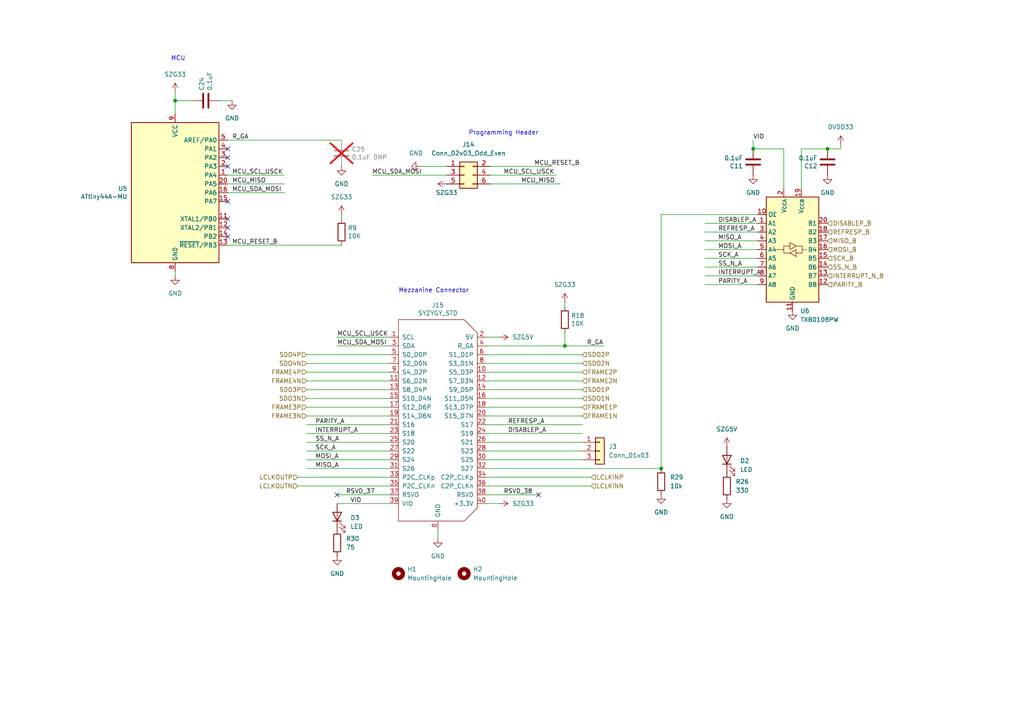
<source format=kicad_sch>
(kicad_sch (version 20231120) (generator "eeschema") (generator_version "8.0")
  (paper "A4")
  (lib_symbols
    (symbol "Connector_Generic:Conn_01x03" (pin_names (offset 1.016) hide)
      (property "Reference" "J" (at 0 5.08 0))
      (property "Value" "Conn_01x03" (at 0 -5.08 0))
      (symbol "Conn_01x03_1_1"
        (rectangle (start -1.27 -2.413) (end 0 -2.667) (stroke (width 0.1524)))
        (rectangle (start -1.27 0.127) (end 0 -0.127) (stroke (width 0.1524)))
        (rectangle (start -1.27 2.667) (end 0 2.413) (stroke (width 0.1524)))
        (rectangle (start -1.27 3.81) (end 1.27 -3.81) (stroke (width 0.254)) (fill (type background)))
        (pin passive line (at -5.08 2.54 0) (length 3.81) (name "Pin_1") (number "1"))
        (pin passive line (at -5.08 0 0) (length 3.81) (name "Pin_2") (number "2"))
        (pin passive line (at -5.08 -2.54 0) (length 3.81) (name "Pin_3") (number "3"))
      )
    )
    (symbol "Connector_Generic:Conn_02x03_Odd_Even" (pin_names (offset 1.016) hide)
      (property "Reference" "J" (at 1.27 5.08 0))
      (property "Value" "Conn_02x03_Odd_Even" (at 1.27 -5.08 0))
      (symbol "Conn_02x03_Odd_Even_1_1"
        (rectangle (start -1.27 -2.413) (end 0 -2.667) (stroke (width 0.1524)))
        (rectangle (start -1.27 0.127) (end 0 -0.127) (stroke (width 0.1524)))
        (rectangle (start -1.27 2.667) (end 0 2.413) (stroke (width 0.1524)))
        (rectangle (start -1.27 3.81) (end 3.81 -3.81) (stroke (width 0.254)) (fill (type background)))
        (rectangle (start 3.81 -2.413) (end 2.54 -2.667) (stroke (width 0.1524)))
        (rectangle (start 3.81 0.127) (end 2.54 -0.127) (stroke (width 0.1524)))
        (rectangle (start 3.81 2.667) (end 2.54 2.413) (stroke (width 0.1524)))
        (pin passive line (at -5.08 2.54 0) (length 3.81) (name "Pin_1") (number "1"))
        (pin passive line (at 7.62 2.54 180) (length 3.81) (name "Pin_2") (number "2"))
        (pin passive line (at -5.08 0 0) (length 3.81) (name "Pin_3") (number "3"))
        (pin passive line (at 7.62 0 180) (length 3.81) (name "Pin_4") (number "4"))
        (pin passive line (at -5.08 -2.54 0) (length 3.81) (name "Pin_5") (number "5"))
        (pin passive line (at 7.62 -2.54 180) (length 3.81) (name "Pin_6") (number "6"))
      )
    )
    (symbol "Device:C" (pin_numbers hide) (pin_names (offset 0.254))
      (property "Reference" "C" (at 0.635 2.54 0))
      (property "Value" "C" (at 0.635 -2.54 0))
      (symbol "C_0_1"
        (polyline (pts (xy -2.032 -0.762) (xy 2.032 -0.762)) (stroke (width 0.508)))
        (polyline (pts (xy -2.032 0.762) (xy 2.032 0.762)) (stroke (width 0.508)))
      )
      (symbol "C_1_1"
        (pin passive line (at 0 3.81 270) (length 2.794) (name "~") (number "1"))
        (pin passive line (at 0 -3.81 90) (length 2.794) (name "~") (number "2"))
      )
    )
    (symbol "Device:LED" (pin_numbers hide) (pin_names (offset 1.016) hide)
      (property "Reference" "D" (at 0 2.54 0))
      (property "Value" "LED" (at 0 -2.54 0))
      (symbol "LED_0_1"
        (polyline (pts (xy -1.27 -1.27) (xy -1.27 1.27)) (stroke (width 0.254)))
        (polyline (pts (xy -1.27 0) (xy 1.27 0)))
        (polyline (pts (xy 1.27 -1.27) (xy 1.27 1.27) (xy -1.27 0) (xy 1.27 -1.27)) (stroke (width 0.254)))
        (polyline (pts (xy -3.048 -0.762) (xy -4.572 -2.286) (xy -3.81 -2.286) (xy -4.572 -2.286) (xy -4.572 -1.524)))
        (polyline (pts (xy -1.778 -0.762) (xy -3.302 -2.286) (xy -2.54 -2.286) (xy -3.302 -2.286) (xy -3.302 -1.524)))
      )
      (symbol "LED_1_1"
        (pin passive line (at -3.81 0 0) (length 2.54) (name "K") (number "1"))
        (pin passive line (at 3.81 0 180) (length 2.54) (name "A") (number "2"))
      )
    )
    (symbol "Device:R" (pin_numbers hide) (pin_names (offset 0))
      (property "Reference" "R" (at 2.032 0 90))
      (property "Value" "R" (at 0 0 90))
      (symbol "R_0_1"
        (rectangle (start -1.016 -2.54) (end 1.016 2.54) (stroke (width 0.254)))
      )
      (symbol "R_1_1"
        (pin passive line (at 0 3.81 270) (length 1.27) (name "~") (number "1"))
        (pin passive line (at 0 -3.81 90) (length 1.27) (name "~") (number "2"))
      )
    )
    (symbol "GND_1" (power) (pin_numbers hide) (pin_names (offset 0) hide)
      (property "Value" "GND" (at 0 -3.81 0))
      (symbol "GND_1_0_1"
        (polyline (pts (xy 0 0) (xy 0 -1.27) (xy 1.27 -1.27) (xy 0 -2.54) (xy -1.27 -1.27) (xy 0 -1.27)))
      )
      (symbol "GND_1_1_1"
        (pin power_in line (at 0 0 270) (length 0) (name "~") (number "1"))
      )
    )
    (symbol "Logic_LevelTranslator:TXB0108PW"
      (property "Reference" "U" (at -6.35 16.51 0))
      (property "Value" "TXB0108PW" (at 3.81 16.51 0))
      (symbol "TXB0108PW_0_1"
        (rectangle (start -7.62 15.24) (end 7.62 -15.24) (stroke (width 0.254)) (fill (type background)))
        (polyline (pts (xy -2.54 0) (xy -2.54 1.016) (xy -0.762 1.016)))
        (polyline (pts (xy 2.794 0) (xy 2.794 -1.016) (xy 1.016 -1.016)))
        (polyline (pts (xy -0.762 -1.016) (xy -2.54 -1.016) (xy -2.54 0) (xy -4.572 0)))
        (polyline (pts (xy -0.762 -1.016) (xy 1.016 0) (xy 1.016 -2.032) (xy -0.762 -1.016)))
        (polyline (pts (xy 1.016 1.016) (xy -0.762 0) (xy -0.762 2.032) (xy 1.016 1.016)))
        (polyline (pts (xy 1.016 1.016) (xy 2.794 1.016) (xy 2.794 0) (xy 4.064 0)))
      )
      (symbol "TXB0108PW_1_1"
        (pin bidirectional line (at -10.16 7.62 0) (length 2.54) (name "A1") (number "1"))
        (pin input line (at -10.16 10.16 0) (length 2.54) (name "OE") (number "10"))
        (pin power_in line (at 0 -17.78 90) (length 2.54) (name "GND") (number "11"))
        (pin bidirectional line (at 10.16 -10.16 180) (length 2.54) (name "B8") (number "12"))
        (pin bidirectional line (at 10.16 -7.62 180) (length 2.54) (name "B7") (number "13"))
        (pin bidirectional line (at 10.16 -5.08 180) (length 2.54) (name "B6") (number "14"))
        (pin bidirectional line (at 10.16 -2.54 180) (length 2.54) (name "B5") (number "15"))
        (pin bidirectional line (at 10.16 0 180) (length 2.54) (name "B4") (number "16"))
        (pin bidirectional line (at 10.16 2.54 180) (length 2.54) (name "B3") (number "17"))
        (pin bidirectional line (at 10.16 5.08 180) (length 2.54) (name "B2") (number "18"))
        (pin power_in line (at 2.54 17.78 270) (length 2.54) (name "V_{CCB}") (number "19"))
        (pin power_in line (at -2.54 17.78 270) (length 2.54) (name "V_{CCA}") (number "2"))
        (pin bidirectional line (at 10.16 7.62 180) (length 2.54) (name "B1") (number "20"))
        (pin bidirectional line (at -10.16 5.08 0) (length 2.54) (name "A2") (number "3"))
        (pin bidirectional line (at -10.16 2.54 0) (length 2.54) (name "A3") (number "4"))
        (pin bidirectional line (at -10.16 0 0) (length 2.54) (name "A4") (number "5"))
        (pin bidirectional line (at -10.16 -2.54 0) (length 2.54) (name "A5") (number "6"))
        (pin bidirectional line (at -10.16 -5.08 0) (length 2.54) (name "A6") (number "7"))
        (pin bidirectional line (at -10.16 -7.62 0) (length 2.54) (name "A7") (number "8"))
        (pin bidirectional line (at -10.16 -10.16 0) (length 2.54) (name "A8") (number "9"))
      )
    )
    (symbol "Mechanical:MountingHole" (pin_names (offset 1.016)) (exclude_from_sim yes) (in_bom no)
      (property "Reference" "H" (at 0 5.08 0))
      (property "Value" "MountingHole" (at 0 3.175 0))
      (symbol "MountingHole_0_1"
        (circle (center 0 0) (radius 1.27) (stroke (width 1.27)))
      )
    )
    (symbol "SYZYGY:SYZYGY_STD" (pin_names (offset 1.016))
      (property "Reference" "J" (at -10.16 30.48 0))
      (property "Value" "SYZYGY_STD" (at -10.16 27.94 0))
      (symbol "SYZYGY_STD_0_1"
        (polyline (pts (xy -11.43 26.67) (xy -11.43 -31.75) (xy 7.62 -31.75) (xy 11.43 -27.94)))
        (polyline (pts (xy 11.43 -27.94) (xy 11.43 22.86) (xy 7.62 26.67) (xy -11.43 26.67)))
      )
      (symbol "SYZYGY_STD_1_1"
        (pin passive line (at 0 -34.29 90) (length 2.54) (name "GND") (number "0"))
        (pin passive line (at -13.97 21.59 0) (length 2.54) (name "SCL") (number "1"))
        (pin passive line (at 13.97 11.43 180) (length 2.54) (name "S5_D3P") (number "10"))
        (pin passive line (at -13.97 8.89 0) (length 2.54) (name "S6_D2N") (number "11"))
        (pin passive line (at 13.97 8.89 180) (length 2.54) (name "S7_D3N") (number "12"))
        (pin passive line (at -13.97 6.35 0) (length 2.54) (name "S8_D4P") (number "13"))
        (pin passive line (at 13.97 6.35 180) (length 2.54) (name "S9_D5P") (number "14"))
        (pin passive line (at -13.97 3.81 0) (length 2.54) (name "S10_D4N") (number "15"))
        (pin passive line (at 13.97 3.81 180) (length 2.54) (name "S11_D5N") (number "16"))
        (pin passive line (at -13.97 1.27 0) (length 2.54) (name "S12_D6P") (number "17"))
        (pin passive line (at 13.97 1.27 180) (length 2.54) (name "S13_D7P") (number "18"))
        (pin passive line (at -13.97 -1.27 0) (length 2.54) (name "S14_D6N") (number "19"))
        (pin power_out line (at 13.97 21.59 180) (length 2.54) (name "5V") (number "2"))
        (pin passive line (at 13.97 -1.27 180) (length 2.54) (name "S15_D7N") (number "20"))
        (pin passive line (at -13.97 -3.81 0) (length 2.54) (name "S16") (number "21"))
        (pin passive line (at 13.97 -3.81 180) (length 2.54) (name "S17") (number "22"))
        (pin passive line (at -13.97 -6.35 0) (length 2.54) (name "S18") (number "23"))
        (pin passive line (at 13.97 -6.35 180) (length 2.54) (name "S19") (number "24"))
        (pin passive line (at -13.97 -8.89 0) (length 2.54) (name "S20") (number "25"))
        (pin passive line (at 13.97 -8.89 180) (length 2.54) (name "S21") (number "26"))
        (pin passive line (at -13.97 -11.43 0) (length 2.54) (name "S22") (number "27"))
        (pin passive line (at 13.97 -11.43 180) (length 2.54) (name "S23") (number "28"))
        (pin passive line (at -13.97 -13.97 0) (length 2.54) (name "S24") (number "29"))
        (pin passive line (at -13.97 19.05 0) (length 2.54) (name "SDA") (number "3"))
        (pin passive line (at 13.97 -13.97 180) (length 2.54) (name "S25") (number "30"))
        (pin passive line (at -13.97 -16.51 0) (length 2.54) (name "S26") (number "31"))
        (pin passive line (at 13.97 -16.51 180) (length 2.54) (name "S27") (number "32"))
        (pin passive line (at -13.97 -19.05 0) (length 2.54) (name "P2C_CLKp") (number "33"))
        (pin passive line (at 13.97 -19.05 180) (length 2.54) (name "C2P_CLKp") (number "34"))
        (pin passive line (at -13.97 -21.59 0) (length 2.54) (name "P2C_CLKn") (number "35"))
        (pin passive line (at 13.97 -21.59 180) (length 2.54) (name "C2P_CLKn") (number "36"))
        (pin passive line (at -13.97 -24.13 0) (length 2.54) (name "RSVD") (number "37"))
        (pin passive line (at 13.97 -24.13 180) (length 2.54) (name "RSVD") (number "38"))
        (pin power_out line (at -13.97 -26.67 0) (length 2.54) (name "VIO") (number "39"))
        (pin passive line (at 13.97 19.05 180) (length 2.54) (name "R_GA") (number "4"))
        (pin power_out line (at 13.97 -26.67 180) (length 2.54) (name "+3.3V") (number "40"))
        (pin passive line (at -13.97 16.51 0) (length 2.54) (name "S0_D0P") (number "5"))
        (pin passive line (at 13.97 16.51 180) (length 2.54) (name "S1_D1P") (number "6"))
        (pin passive line (at -13.97 13.97 0) (length 2.54) (name "S2_D0N") (number "7"))
        (pin passive line (at 13.97 13.97 180) (length 2.54) (name "S3_D1N") (number "8"))
        (pin passive line (at -13.97 11.43 0) (length 2.54) (name "S4_D2P") (number "9"))
      )
    )
    (symbol "SZG-TEMPLATE-STD:ATtiny44A-MU-MCU_Microchip_ATtiny"
      (property "Reference" "U" (at -12.7 21.59 0))
      (property "Value" "ATtiny44A-MU-MCU_Microchip_ATtiny" (at 2.54 -21.59 0))
      (symbol "ATtiny44A-MU-MCU_Microchip_ATtiny_0_1"
        (rectangle (start -12.7 -20.32) (end 12.7 20.32) (stroke (width 0.254)) (fill (type background)))
      )
      (symbol "ATtiny44A-MU-MCU_Microchip_ATtiny_1_1"
        (pin bidirectional line (at 15.24 5.08 180) (length 2.54) (name "PA4") (number "1"))
        (pin no_connect line (at -12.7 -10.16 0) (length 2.54) hide (name "NC") (number "10"))
        (pin bidirectional line (at 15.24 -7.62 180) (length 2.54) (name "XTAL1/PB0") (number "11"))
        (pin bidirectional line (at 15.24 -10.16 180) (length 2.54) (name "XTAL2/PB1") (number "12"))
        (pin bidirectional line (at 15.24 -15.24 180) (length 2.54) (name "~{RESET}/PB3") (number "13"))
        (pin bidirectional line (at 15.24 -12.7 180) (length 2.54) (name "PB2") (number "14"))
        (pin bidirectional line (at 15.24 -2.54 180) (length 2.54) (name "PA7") (number "15"))
        (pin bidirectional line (at 15.24 0 180) (length 2.54) (name "PA6") (number "16"))
        (pin no_connect line (at -12.7 -12.7 0) (length 2.54) hide (name "NC") (number "17"))
        (pin no_connect line (at -12.7 -15.24 0) (length 2.54) hide (name "NC") (number "18"))
        (pin no_connect line (at -12.7 -17.78 0) (length 2.54) hide (name "NC") (number "19"))
        (pin bidirectional line (at 15.24 7.62 180) (length 2.54) (name "PA3") (number "2"))
        (pin bidirectional line (at 15.24 2.54 180) (length 2.54) (name "PA5") (number "20"))
        (pin passive line (at 0 -22.86 90) (length 2.54) hide (name "GND") (number "21"))
        (pin bidirectional line (at 15.24 10.16 180) (length 2.54) (name "PA2") (number "3"))
        (pin bidirectional line (at 15.24 12.7 180) (length 2.54) (name "PA1") (number "4"))
        (pin bidirectional line (at 15.24 15.24 180) (length 2.54) (name "AREF/PA0") (number "5"))
        (pin no_connect line (at -12.7 -5.08 0) (length 2.54) hide (name "NC") (number "6"))
        (pin no_connect line (at -12.7 -7.62 0) (length 2.54) hide (name "NC") (number "7"))
        (pin power_in line (at 0 -22.86 90) (length 2.54) (name "GND") (number "8"))
        (pin power_in line (at 0 22.86 270) (length 2.54) (name "VCC") (number "9"))
      )
    )
    (symbol "power:VDD" (power) (pin_numbers hide) (pin_names (offset 0) hide)
      (property "Value" "VDD" (at 0 3.556 0))
      (symbol "VDD_0_1"
        (polyline (pts (xy -0.762 1.27) (xy 0 2.54)))
        (polyline (pts (xy 0 0) (xy 0 2.54)))
        (polyline (pts (xy 0 2.54) (xy 0.762 1.27)))
      )
      (symbol "VDD_1_1"
        (pin power_in line (at 0 0 90) (length 0) (name "~") (number "1"))
      )
    )
  )
  (junction (at 218.44 43.18))
  (junction (at 191.77 135.89))
  (junction (at 240.03 43.18))
  (junction (at 50.8 29.21))
  (junction (at 163.83 100.33))
  (no_connect (at 156.21 143.51))
  (no_connect (at 66.04 66.04))
  (no_connect (at 66.04 45.72))
  (no_connect (at 66.04 68.58))
  (no_connect (at 66.04 58.42))
  (no_connect (at 97.79 143.51))
  (no_connect (at 66.04 43.18))
  (no_connect (at 66.04 63.5))
  (no_connect (at 66.04 48.26))
  (wire (pts (xy 97.79 97.79) (xy 113.03 97.79)))
  (wire (pts (xy 88.9 115.57) (xy 113.03 115.57)))
  (wire (pts (xy 140.97 135.89) (xy 191.77 135.89)))
  (wire (pts (xy 140.97 107.95) (xy 168.91 107.95)))
  (wire (pts (xy 97.79 100.33) (xy 113.03 100.33)))
  (wire (pts (xy 88.9 107.95) (xy 113.03 107.95)))
  (wire (pts (xy 142.24 48.26) (xy 160.02 48.26)))
  (wire (pts (xy 66.04 53.34) (xy 82.55 53.34)))
  (wire (pts (xy 50.8 26.67) (xy 50.8 29.21)))
  (wire (pts (xy 140.97 140.97) (xy 171.45 140.97)))
  (wire (pts (xy 97.79 143.51) (xy 113.03 143.51)))
  (wire (pts (xy 127 153.67) (xy 127 156.21)))
  (wire (pts (xy 88.9 123.19) (xy 113.03 123.19)))
  (wire (pts (xy 204.47 67.31) (xy 219.71 67.31)))
  (wire (pts (xy 140.97 130.81) (xy 168.91 130.81)))
  (wire (pts (xy 163.83 100.33) (xy 163.83 96.52)))
  (wire (pts (xy 66.04 40.64) (xy 99.06 40.64)))
  (wire (pts (xy 204.47 80.01) (xy 219.71 80.01)))
  (wire (pts (xy 140.97 118.11) (xy 168.91 118.11)))
  (wire (pts (xy 218.44 43.18) (xy 218.44 40.64)))
  (wire (pts (xy 204.47 82.55) (xy 219.71 82.55)))
  (wire (pts (xy 140.97 128.27) (xy 168.91 128.27)))
  (wire (pts (xy 240.03 43.18) (xy 232.41 43.18)))
  (wire (pts (xy 140.97 97.79) (xy 144.78 97.79)))
  (wire (pts (xy 121.92 48.26) (xy 129.54 48.26)))
  (wire (pts (xy 107.95 50.8) (xy 129.54 50.8)))
  (wire (pts (xy 243.84 41.91) (xy 243.84 43.18)))
  (wire (pts (xy 227.33 43.18) (xy 227.33 54.61)))
  (wire (pts (xy 191.77 135.89) (xy 191.77 62.23)))
  (wire (pts (xy 140.97 113.03) (xy 168.91 113.03)))
  (wire (pts (xy 140.97 102.87) (xy 168.91 102.87)))
  (wire (pts (xy 140.97 125.73) (xy 168.91 125.73)))
  (wire (pts (xy 142.24 50.8) (xy 161.29 50.8)))
  (wire (pts (xy 142.24 53.34) (xy 162.56 53.34)))
  (wire (pts (xy 140.97 115.57) (xy 168.91 115.57)))
  (wire (pts (xy 63.5 29.21) (xy 67.31 29.21)))
  (wire (pts (xy 88.9 135.89) (xy 113.03 135.89)))
  (wire (pts (xy 140.97 123.19) (xy 168.91 123.19)))
  (wire (pts (xy 50.8 29.21) (xy 50.8 33.02)))
  (wire (pts (xy 50.8 80.01) (xy 50.8 78.74)))
  (wire (pts (xy 88.9 125.73) (xy 113.03 125.73)))
  (wire (pts (xy 140.97 100.33) (xy 163.83 100.33)))
  (wire (pts (xy 88.9 118.11) (xy 113.03 118.11)))
  (wire (pts (xy 204.47 69.85) (xy 219.71 69.85)))
  (wire (pts (xy 88.9 130.81) (xy 113.03 130.81)))
  (wire (pts (xy 88.9 113.03) (xy 113.03 113.03)))
  (wire (pts (xy 88.9 105.41) (xy 113.03 105.41)))
  (wire (pts (xy 88.9 110.49) (xy 113.03 110.49)))
  (wire (pts (xy 140.97 143.51) (xy 156.21 143.51)))
  (wire (pts (xy 113.03 146.05) (xy 97.79 146.05)))
  (wire (pts (xy 99.06 63.5) (xy 99.06 62.23)))
  (wire (pts (xy 66.04 50.8) (xy 82.55 50.8)))
  (wire (pts (xy 140.97 133.35) (xy 168.91 133.35)))
  (wire (pts (xy 140.97 110.49) (xy 168.91 110.49)))
  (wire (pts (xy 218.44 43.18) (xy 227.33 43.18)))
  (wire (pts (xy 204.47 77.47) (xy 219.71 77.47)))
  (wire (pts (xy 86.36 138.43) (xy 113.03 138.43)))
  (wire (pts (xy 50.8 29.21) (xy 55.88 29.21)))
  (wire (pts (xy 191.77 62.23) (xy 219.71 62.23)))
  (wire (pts (xy 66.04 55.88) (xy 82.55 55.88)))
  (wire (pts (xy 88.9 120.65) (xy 113.03 120.65)))
  (wire (pts (xy 140.97 146.05) (xy 144.78 146.05)))
  (wire (pts (xy 232.41 43.18) (xy 232.41 54.61)))
  (wire (pts (xy 163.83 88.9) (xy 163.83 87.63)))
  (wire (pts (xy 88.9 128.27) (xy 113.03 128.27)))
  (wire (pts (xy 204.47 64.77) (xy 219.71 64.77)))
  (wire (pts (xy 243.84 43.18) (xy 240.03 43.18)))
  (wire (pts (xy 163.83 100.33) (xy 175.26 100.33)))
  (wire (pts (xy 86.36 140.97) (xy 113.03 140.97)))
  (wire (pts (xy 204.47 72.39) (xy 219.71 72.39)))
  (wire (pts (xy 140.97 105.41) (xy 168.91 105.41)))
  (wire (pts (xy 66.04 71.12) (xy 99.06 71.12)))
  (wire (pts (xy 140.97 120.65) (xy 168.91 120.65)))
  (wire (pts (xy 140.97 138.43) (xy 171.45 138.43)))
  (wire (pts (xy 88.9 102.87) (xy 113.03 102.87)))
  (wire (pts (xy 88.9 133.35) (xy 113.03 133.35)))
  (wire (pts (xy 204.47 74.93) (xy 219.71 74.93)))
  (text "MCU" (at 49.53 17.78 0) (effects (font (size 1.27 1.27)) (justify left bottom)))
  (text "Mezzanine Connector" (at 115.57 85.09 0) (effects (font (size 1.27 1.27)) (justify left bottom)))
  (text "Programming Header" (at 135.89 39.37 0) (effects (font (size 1.27 1.27)) (justify left bottom)))
  (label "MCU_RESET_B" (at 154.94 48.26 0))
  (label "MCU_MISO" (at 67.31 53.34 0))
  (label "RSVD_38" (at 146.05 143.51 0))
  (label "VIO" (at 218.44 40.64 0))
  (label "MCU_SCL_USCK" (at 97.79 97.79 0))
  (label "DISABLEP_A" (at 147.32 125.73 0))
  (label "MISO_A" (at 208.28 69.85 0))
  (label "R_GA" (at 67.31 40.64 0))
  (label "MCU_SDA_MOSI" (at 97.79 100.33 0))
  (label "MOSI_A" (at 208.28 72.39 0))
  (label "R_GA" (at 170.18 100.33 0))
  (label "SCK_A" (at 91.44 130.81 0))
  (label "RSVD_37" (at 100.33 143.51 0))
  (label "MCU_RESET_B" (at 67.31 71.12 0))
  (label "MCU_SCL_USCK" (at 146.05 50.8 0))
  (label "VIO" (at 101.6 146.05 0))
  (label "SS_N_A" (at 91.44 128.27 0))
  (label "SCK_A" (at 208.28 74.93 0))
  (label "DISABLEP_A" (at 208.28 64.77 0))
  (label "REFRESP_A" (at 147.32 123.19 0))
  (label "INTERRUPT_A" (at 208.28 80.01 0))
  (label "MCU_SCL_USCK" (at 67.31 50.8 0))
  (label "MOSI_A" (at 91.44 133.35 0))
  (label "REFRESP_A" (at 208.28 67.31 0))
  (label "MCU_SDA_MOSI" (at 107.95 50.8 0))
  (label "MCU_SDA_MOSI" (at 67.31 55.88 0))
  (label "PARITY_A" (at 91.44 123.19 0))
  (label "MCU_MISO" (at 151.13 53.34 0))
  (label "SS_N_A" (at 208.28 77.47 0))
  (label "PARITY_A" (at 208.28 82.55 0))
  (label "MISO_A" (at 91.44 135.89 0))
  (label "INTERRUPT_A" (at 91.44 125.73 0))
  (hierarchical_label "MISO_B" (shape input) (at 240.03 69.85 0))
  (hierarchical_label "SDO2P" (shape input) (at 168.91 102.87 0))
  (hierarchical_label "FRAME2N" (shape input) (at 168.91 110.49 0))
  (hierarchical_label "SDO2N" (shape input) (at 168.91 105.41 0))
  (hierarchical_label "PARITY_B" (shape input) (at 240.03 82.55 0))
  (hierarchical_label "SDO3N" (shape input) (at 88.9 115.57 180))
  (hierarchical_label "LCLKOUTP" (shape input) (at 86.36 138.43 180))
  (hierarchical_label "SDO4N" (shape input) (at 88.9 105.41 180))
  (hierarchical_label "LCLKOUTN" (shape input) (at 86.36 140.97 180))
  (hierarchical_label "LCLKINP" (shape input) (at 171.45 138.43 0))
  (hierarchical_label "FRAME1P" (shape input) (at 168.91 118.11 0))
  (hierarchical_label "SDO3P" (shape input) (at 88.9 113.03 180))
  (hierarchical_label "MOSI_B" (shape input) (at 240.03 72.39 0))
  (hierarchical_label "REFRESP_B" (shape input) (at 240.03 67.31 0))
  (hierarchical_label "FRAME3N" (shape input) (at 88.9 120.65 180))
  (hierarchical_label "DISABLEP_B" (shape input) (at 240.03 64.77 0))
  (hierarchical_label "FRAME4P" (shape input) (at 88.9 107.95 180))
  (hierarchical_label "FRAME4N" (shape input) (at 88.9 110.49 180))
  (hierarchical_label "INTERRUPT_N_B" (shape input) (at 240.03 80.01 0))
  (hierarchical_label "SDO1N" (shape input) (at 168.91 115.57 0))
  (hierarchical_label "SS_N_B" (shape input) (at 240.03 77.47 0))
  (hierarchical_label "FRAME2P" (shape input) (at 168.91 107.95 0))
  (hierarchical_label "SDO4P" (shape input) (at 88.9 102.87 180))
  (hierarchical_label "LCLKINN" (shape input) (at 171.45 140.97 0))
  (hierarchical_label "SCK_B" (shape input) (at 240.03 74.93 0))
  (hierarchical_label "FRAME1N" (shape input) (at 168.91 120.65 0))
  (hierarchical_label "FRAME3P" (shape input) (at 88.9 118.11 180))
  (hierarchical_label "SDO1P" (shape input) (at 168.91 113.03 0))
  (symbol (lib_id "Device:C") (at 59.69 29.21 90) (unit 1)
    (property "Reference" "C24" (at 58.5216 26.289 0) (effects (justify left)))
    (property "Value" "0.1uF" (at 60.833 26.289 0) (effects (justify left)))
    (property "Footprint" "Capacitor_SMD:C_0603_1608Metric_Pad1.08x0.95mm_HandSolder" (effects (hide yes)))
  )
  (symbol (lib_id "Device:C") (at 218.44 46.99 180) (unit 1)
    (property "Reference" "C11" (at 215.519 48.1584 0) (effects (justify left)))
    (property "Value" "0.1uF" (at 215.519 45.847 0) (effects (justify left)))
    (property "Footprint" "Capacitor_SMD:C_0603_1608Metric_Pad1.08x0.95mm_HandSolder" (effects (hide yes)))
  )
  (symbol (lib_id "power:VDD") (at 129.54 53.34 90) (unit 1)
    (property "Reference" "#PWR095" (effects (hide yes)))
    (property "Value" "SZG33" (at 129.54 55.88 90))
    (property "Description" "Power symbol creates a global label with name \"VDD\"" (effects (hide yes)))
  )
  (symbol (lib_id "Connector_Generic:Conn_02x03_Odd_Even") (at 134.62 50.8 0) (unit 1)
    (property "Reference" "J14" (at 135.89 41.91 0))
    (property "Value" "Conn_02x03_Odd_Even" (at 135.89 44.45 0))
    (property "Footprint" "Connector_PinHeader_2.54mm:PinHeader_2x03_P2.54mm_Vertical" (effects (hide yes)))
    (property "Description" "Generic connector, double row, 02x03, odd/even pin numbering scheme (row 1 odd numbers, row 2 even numbers), script generated (kicad-library-utils/schlib/autogen/connector/)" (effects (hide yes)))
  )
  (symbol (lib_id "power:VDD") (at 50.8 26.67 0) (unit 1)
    (property "Reference" "#PWR089" (effects (hide yes)))
    (property "Value" "SZG33" (at 50.8 21.59 0))
    (property "Description" "Power symbol creates a global label with name \"VDD\"" (effects (hide yes)))
  )
  (symbol (lib_id "power:VDD") (at 99.06 62.23 0) (unit 1)
    (property "Reference" "#PWR093" (effects (hide yes)))
    (property "Value" "SZG33" (at 99.06 57.15 0))
    (property "Description" "Power symbol creates a global label with name \"VDD\"" (effects (hide yes)))
  )
  (symbol (lib_id "Device:C") (at 99.06 44.45 0) (unit 1) (in_bom no) (dnp yes)
    (property "Reference" "C25" (at 101.981 43.2816 0) (effects (justify left)))
    (property "Value" "0.1uF DNP" (at 101.981 45.593 0) (effects (justify left)))
    (property "Footprint" "Capacitor_SMD:C_0603_1608Metric_Pad1.08x0.95mm_HandSolder" (effects (hide yes)))
  )
  (symbol (lib_id "power:VDD") (at 144.78 97.79 270) (unit 1)
    (property "Reference" "#PWR097" (effects (hide yes)))
    (property "Value" "SZG5V" (at 148.59 97.7899 90) (effects (justify left)))
    (property "Description" "Power symbol creates a global label with name \"VDD\"" (effects (hide yes)))
  )
  (symbol (lib_name "GND_1") (lib_id "power:GND") (at 127 156.21 0) (unit 1)
    (property "Reference" "#PWR011" (effects (hide yes)))
    (property "Value" "GND" (at 127 161.29 0))
    (property "Description" "Power symbol creates a global label with name \"GND\" , ground" (effects (hide yes)))
  )
  (symbol (lib_id "Device:R") (at 97.79 157.48 0) (unit 1)
    (property "Reference" "R30" (at 100.33 156.2099 0) (effects (justify left)))
    (property "Value" "75" (at 100.33 158.7499 0) (effects (justify left)))
    (property "Footprint" "Resistor_SMD:R_0603_1608Metric_Pad0.98x0.95mm_HandSolder" (effects (hide yes)))
    (property "Description" "Resistor" (effects (hide yes)))
  )
  (symbol (lib_name "GND_1") (lib_id "power:GND") (at 218.44 50.8 0) (unit 1)
    (property "Reference" "#PWR019" (effects (hide yes)))
    (property "Value" "GND" (at 218.44 55.88 0))
    (property "Description" "Power symbol creates a global label with name \"GND\" , ground" (effects (hide yes)))
  )
  (symbol (lib_name "GND_1") (lib_id "power:GND") (at 191.77 143.51 0) (unit 1)
    (property "Reference" "#PWR021" (effects (hide yes)))
    (property "Value" "GND" (at 191.77 148.59 0))
    (property "Description" "Power symbol creates a global label with name \"GND\" , ground" (effects (hide yes)))
  )
  (symbol (lib_name "GND_1") (lib_id "power:GND") (at 121.92 48.26 270) (unit 1)
    (property "Reference" "#PWR092" (effects (hide yes)))
    (property "Value" "GND" (at 120.65 44.45 90))
    (property "Description" "Power symbol creates a global label with name \"GND\" , ground" (effects (hide yes)))
  )
  (symbol (lib_id "power:VDD") (at 243.84 41.91 0) (unit 1)
    (property "Reference" "#PWR027" (effects (hide yes)))
    (property "Value" "DVDD33" (at 243.84 36.83 0))
    (property "Description" "Power symbol creates a global label with name \"VDD\"" (effects (hide yes)))
  )
  (symbol (lib_id "Device:LED") (at 97.79 149.86 90) (unit 1)
    (property "Reference" "D3" (at 101.6 150.1774 90) (effects (justify right)))
    (property "Value" "LED" (at 101.6 152.7174 90) (effects (justify right)))
    (property "Footprint" "LED_SMD:LED_0805_2012Metric_Pad1.15x1.40mm_HandSolder" (effects (hide yes)))
    (property "Description" "Light emitting diode" (effects (hide yes)))
  )
  (symbol (lib_id "Connector_Generic:Conn_01x03") (at 173.99 130.81 0) (unit 1)
    (property "Reference" "J3" (at 176.53 129.5399 0) (effects (justify left)))
    (property "Value" "Conn_01x03" (at 176.53 132.0799 0) (effects (justify left)))
    (property "Footprint" "Connector_PinHeader_2.54mm:PinHeader_1x03_P2.54mm_Vertical" (effects (hide yes)))
    (property "Description" "Generic connector, single row, 01x03, script generated (kicad-library-utils/schlib/autogen/connector/)" (effects (hide yes)))
  )
  (symbol (lib_id "Device:R") (at 191.77 139.7 0) (unit 1)
    (property "Reference" "R29" (at 194.31 138.4299 0) (effects (justify left)))
    (property "Value" "10k" (at 194.31 140.9699 0) (effects (justify left)))
    (property "Footprint" "Resistor_SMD:R_0603_1608Metric_Pad0.98x0.95mm_HandSolder" (effects (hide yes)))
    (property "Description" "Resistor" (effects (hide yes)))
  )
  (symbol (lib_id "power:VDD") (at 163.83 87.63 0) (unit 1)
    (property "Reference" "#PWR088" (effects (hide yes)))
    (property "Value" "SZG33" (at 163.83 82.55 0))
    (property "Description" "Power symbol creates a global label with name \"VDD\"" (effects (hide yes)))
  )
  (symbol (lib_id "Device:LED") (at 210.82 133.35 90) (unit 1)
    (property "Reference" "D2" (at 214.63 133.6674 90) (effects (justify right)))
    (property "Value" "LED" (at 214.63 136.2074 90) (effects (justify right)))
    (property "Footprint" "LED_SMD:LED_0805_2012Metric_Pad1.15x1.40mm_HandSolder" (effects (hide yes)))
    (property "Description" "Light emitting diode" (effects (hide yes)))
  )
  (symbol (lib_name "GND_1") (lib_id "power:GND") (at 97.79 161.29 0) (unit 1)
    (property "Reference" "#PWR020" (effects (hide yes)))
    (property "Value" "GND" (at 97.79 166.37 0))
    (property "Description" "Power symbol creates a global label with name \"GND\" , ground" (effects (hide yes)))
  )
  (symbol (lib_id "SYZYGY:SYZYGY_STD") (at 127 119.38 0) (unit 1)
    (property "Reference" "J15" (at 127 88.519 0))
    (property "Value" "SYZYGY_STD" (at 127 90.8304 0))
    (property "Footprint" "SYZYGY:QTE-020-01-F-D-A" (effects (hide yes)))
    (property "Datasheet" "http://suddendocs.samtec.com/catalog_english/qte.pdf" (effects (hide yes)))
    (property "Manufacturer" "Samtec" (effects (hide yes)))
    (property "Manufacturer_PN" "QTE-020-01-F-D-A" (effects (hide yes)))
  )
  (symbol (lib_id "power:VDD") (at 144.78 146.05 270) (unit 1)
    (property "Reference" "#PWR087" (effects (hide yes)))
    (property "Value" "SZG33" (at 148.59 146.0499 90) (effects (justify left)))
    (property "Description" "Power symbol creates a global label with name \"VDD\"" (effects (hide yes)))
  )
  (symbol (lib_name "GND_1") (lib_id "power:GND") (at 229.87 90.17 0) (unit 1)
    (property "Reference" "#PWR026" (effects (hide yes)))
    (property "Value" "GND" (at 229.87 95.25 0))
    (property "Description" "Power symbol creates a global label with name \"GND\" , ground" (effects (hide yes)))
  )
  (symbol (lib_name "GND_1") (lib_id "power:GND") (at 50.8 80.01 0) (unit 1)
    (property "Reference" "#PWR090" (effects (hide yes)))
    (property "Value" "GND" (at 50.8 85.09 0))
    (property "Description" "Power symbol creates a global label with name \"GND\" , ground" (effects (hide yes)))
  )
  (symbol (lib_id "Device:R") (at 210.82 140.97 0) (unit 1)
    (property "Reference" "R26" (at 213.36 139.6999 0) (effects (justify left)))
    (property "Value" "330" (at 213.36 142.2399 0) (effects (justify left)))
    (property "Footprint" "Resistor_SMD:R_0603_1608Metric_Pad0.98x0.95mm_HandSolder" (effects (hide yes)))
    (property "Description" "Resistor" (effects (hide yes)))
  )
  (symbol (lib_id "power:VDD") (at 210.82 129.54 0) (unit 1)
    (property "Reference" "#PWR014" (effects (hide yes)))
    (property "Value" "SZG5V" (at 210.82 124.46 0))
    (property "Description" "Power symbol creates a global label with name \"VDD\"" (effects (hide yes)))
  )
  (symbol (lib_id "Device:R") (at 99.06 67.31 0) (unit 1)
    (property "Reference" "R9" (at 100.838 66.1416 0) (effects (justify left)))
    (property "Value" "10K" (at 100.838 68.453 0) (effects (justify left)))
    (property "Footprint" "Resistor_SMD:R_0603_1608Metric_Pad0.98x0.95mm_HandSolder" (effects (hide yes)))
  )
  (symbol (lib_name "GND_1") (lib_id "power:GND") (at 99.06 48.26 0) (unit 1)
    (property "Reference" "#PWR086" (effects (hide yes)))
    (property "Value" "GND" (at 99.06 53.34 0))
    (property "Description" "Power symbol creates a global label with name \"GND\" , ground" (effects (hide yes)))
  )
  (symbol (lib_id "Device:R") (at 163.83 92.71 0) (unit 1)
    (property "Reference" "R18" (at 165.608 91.5416 0) (effects (justify left)))
    (property "Value" "10K" (at 165.608 93.853 0) (effects (justify left)))
    (property "Footprint" "Resistor_SMD:R_0603_1608Metric_Pad0.98x0.95mm_HandSolder" (effects (hide yes)))
  )
  (symbol (lib_id "Device:C") (at 240.03 46.99 180) (unit 1)
    (property "Reference" "C12" (at 237.109 48.1584 0) (effects (justify left)))
    (property "Value" "0.1uF" (at 237.109 45.847 0) (effects (justify left)))
    (property "Footprint" "Capacitor_SMD:C_0603_1608Metric_Pad1.08x0.95mm_HandSolder" (effects (hide yes)))
  )
  (symbol (lib_name "GND_1") (lib_id "power:GND") (at 240.03 50.8 0) (unit 1)
    (property "Reference" "#PWR028" (effects (hide yes)))
    (property "Value" "GND" (at 240.03 55.88 0))
    (property "Description" "Power symbol creates a global label with name \"GND\" , ground" (effects (hide yes)))
  )
  (symbol (lib_id "Mechanical:MountingHole") (at 115.57 166.37 0) (unit 1) (exclude_from_sim yes) (in_bom no)
    (property "Reference" "H1" (at 118.11 165.0999 0) (effects (justify left)))
    (property "Value" "MountingHole" (at 118.11 167.6399 0) (effects (justify left)))
    (property "Footprint" "MountingHole:MountingHole_3.2mm_M3_DIN965" (effects (hide yes)))
    (property "Description" "Mounting Hole without connection" (effects (hide yes)))
  )
  (symbol (lib_id "Logic_LevelTranslator:TXB0108PW") (at 229.87 72.39 0) (unit 1)
    (property "Reference" "U6" (at 232.0641 90.17 0) (effects (justify left)))
    (property "Value" "TXB0108PW" (at 232.0641 92.71 0) (effects (justify left)))
    (property "Footprint" "Package_SO:TSSOP-20_4.4x6.5mm_P0.65mm" (effects (hide yes)))
    (property "Datasheet" "http://www.ti.com/lit/ds/symlink/txb0108.pdf" (effects (hide yes)))
    (property "Description" "8-Bit Bidirectional Voltage-Level Translator, Auto Direction Sensing and ±15-kV ESD Protection, 1.2 - 3.6V APort, 1.65 - 5.5V BPort, TSSOP-20" (effects (hide yes)))
  )
  (symbol (lib_id "Mechanical:MountingHole") (at 134.62 166.37 0) (unit 1) (exclude_from_sim yes) (in_bom no)
    (property "Reference" "H2" (at 137.16 165.0999 0) (effects (justify left)))
    (property "Value" "MountingHole" (at 137.16 167.6399 0) (effects (justify left)))
    (property "Footprint" "MountingHole:MountingHole_3.2mm_M3_DIN965" (effects (hide yes)))
    (property "Description" "Mounting Hole without connection" (effects (hide yes)))
  )
  (symbol (lib_name "GND_1") (lib_id "power:GND") (at 67.31 29.21 0) (unit 1)
    (property "Reference" "#PWR091" (effects (hide yes)))
    (property "Value" "GND" (at 67.31 34.29 0))
    (property "Description" "Power symbol creates a global label with name \"GND\" , ground" (effects (hide yes)))
  )
  (symbol (lib_id "SZG-TEMPLATE-STD:ATtiny44A-MU-MCU_Microchip_ATtiny") (at 50.8 55.88 0) (unit 1)
    (property "Reference" "U5" (at 36.9824 54.7116 0) (effects (justify right)))
    (property "Value" "ATtiny44A-MU" (at 36.9824 57.023 0) (effects (justify right)))
    (property "Footprint" "SYZYGY:QFN-24-4x4mm" (effects (hide yes)))
    (property "Datasheet" "http://ww1.microchip.com/downloads/en/DeviceDoc/doc8183.pdf" (effects (hide yes)))
    (property "Manufacturer" "Microchip" (effects (hide yes)))
    (property "Manufacturer_PN" "ATTINY44A-MU" (effects (hide yes)))
  )
  (symbol (lib_name "GND_1") (lib_id "power:GND") (at 210.82 144.78 0) (unit 1)
    (property "Reference" "#PWR015" (effects (hide yes)))
    (property "Value" "GND" (at 210.82 149.86 0))
    (property "Description" "Power symbol creates a global label with name \"GND\" , ground" (effects (hide yes)))
  )
)
</source>
